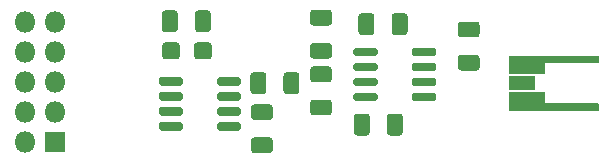
<source format=gts>
%TF.GenerationSoftware,KiCad,Pcbnew,(5.1.6-0-10_14)*%
%TF.CreationDate,2020-09-11T15:14:46+09:00*%
%TF.ProjectId,teabiscuits_dac_mcp48,74656162-6973-4637-9569-74735f646163,rev?*%
%TF.SameCoordinates,Original*%
%TF.FileFunction,Soldermask,Top*%
%TF.FilePolarity,Negative*%
%FSLAX46Y46*%
G04 Gerber Fmt 4.6, Leading zero omitted, Abs format (unit mm)*
G04 Created by KiCad (PCBNEW (5.1.6-0-10_14)) date 2020-09-11 15:14:46*
%MOMM*%
%LPD*%
G01*
G04 APERTURE LIST*
%ADD10O,1.800000X1.800000*%
%ADD11R,1.800000X1.800000*%
%ADD12C,0.100000*%
%ADD13R,2.200000X1.200000*%
G04 APERTURE END LIST*
%TO.C,U2*%
G36*
G01*
X163950000Y-109270000D02*
X163950000Y-108920000D01*
G75*
G02*
X164125000Y-108745000I175000J0D01*
G01*
X165825000Y-108745000D01*
G75*
G02*
X166000000Y-108920000I0J-175000D01*
G01*
X166000000Y-109270000D01*
G75*
G02*
X165825000Y-109445000I-175000J0D01*
G01*
X164125000Y-109445000D01*
G75*
G02*
X163950000Y-109270000I0J175000D01*
G01*
G37*
G36*
G01*
X163950000Y-110540000D02*
X163950000Y-110190000D01*
G75*
G02*
X164125000Y-110015000I175000J0D01*
G01*
X165825000Y-110015000D01*
G75*
G02*
X166000000Y-110190000I0J-175000D01*
G01*
X166000000Y-110540000D01*
G75*
G02*
X165825000Y-110715000I-175000J0D01*
G01*
X164125000Y-110715000D01*
G75*
G02*
X163950000Y-110540000I0J175000D01*
G01*
G37*
G36*
G01*
X163950000Y-111810000D02*
X163950000Y-111460000D01*
G75*
G02*
X164125000Y-111285000I175000J0D01*
G01*
X165825000Y-111285000D01*
G75*
G02*
X166000000Y-111460000I0J-175000D01*
G01*
X166000000Y-111810000D01*
G75*
G02*
X165825000Y-111985000I-175000J0D01*
G01*
X164125000Y-111985000D01*
G75*
G02*
X163950000Y-111810000I0J175000D01*
G01*
G37*
G36*
G01*
X163950000Y-113080000D02*
X163950000Y-112730000D01*
G75*
G02*
X164125000Y-112555000I175000J0D01*
G01*
X165825000Y-112555000D01*
G75*
G02*
X166000000Y-112730000I0J-175000D01*
G01*
X166000000Y-113080000D01*
G75*
G02*
X165825000Y-113255000I-175000J0D01*
G01*
X164125000Y-113255000D01*
G75*
G02*
X163950000Y-113080000I0J175000D01*
G01*
G37*
G36*
G01*
X159000000Y-113080000D02*
X159000000Y-112730000D01*
G75*
G02*
X159175000Y-112555000I175000J0D01*
G01*
X160875000Y-112555000D01*
G75*
G02*
X161050000Y-112730000I0J-175000D01*
G01*
X161050000Y-113080000D01*
G75*
G02*
X160875000Y-113255000I-175000J0D01*
G01*
X159175000Y-113255000D01*
G75*
G02*
X159000000Y-113080000I0J175000D01*
G01*
G37*
G36*
G01*
X159000000Y-111810000D02*
X159000000Y-111460000D01*
G75*
G02*
X159175000Y-111285000I175000J0D01*
G01*
X160875000Y-111285000D01*
G75*
G02*
X161050000Y-111460000I0J-175000D01*
G01*
X161050000Y-111810000D01*
G75*
G02*
X160875000Y-111985000I-175000J0D01*
G01*
X159175000Y-111985000D01*
G75*
G02*
X159000000Y-111810000I0J175000D01*
G01*
G37*
G36*
G01*
X159000000Y-110540000D02*
X159000000Y-110190000D01*
G75*
G02*
X159175000Y-110015000I175000J0D01*
G01*
X160875000Y-110015000D01*
G75*
G02*
X161050000Y-110190000I0J-175000D01*
G01*
X161050000Y-110540000D01*
G75*
G02*
X160875000Y-110715000I-175000J0D01*
G01*
X159175000Y-110715000D01*
G75*
G02*
X159000000Y-110540000I0J175000D01*
G01*
G37*
G36*
G01*
X159000000Y-109270000D02*
X159000000Y-108920000D01*
G75*
G02*
X159175000Y-108745000I175000J0D01*
G01*
X160875000Y-108745000D01*
G75*
G02*
X161050000Y-108920000I0J-175000D01*
G01*
X161050000Y-109270000D01*
G75*
G02*
X160875000Y-109445000I-175000J0D01*
G01*
X159175000Y-109445000D01*
G75*
G02*
X159000000Y-109270000I0J175000D01*
G01*
G37*
%TD*%
%TO.C,U1*%
G36*
G01*
X147450000Y-111770000D02*
X147450000Y-111420000D01*
G75*
G02*
X147625000Y-111245000I175000J0D01*
G01*
X149325000Y-111245000D01*
G75*
G02*
X149500000Y-111420000I0J-175000D01*
G01*
X149500000Y-111770000D01*
G75*
G02*
X149325000Y-111945000I-175000J0D01*
G01*
X147625000Y-111945000D01*
G75*
G02*
X147450000Y-111770000I0J175000D01*
G01*
G37*
G36*
G01*
X147450000Y-113040000D02*
X147450000Y-112690000D01*
G75*
G02*
X147625000Y-112515000I175000J0D01*
G01*
X149325000Y-112515000D01*
G75*
G02*
X149500000Y-112690000I0J-175000D01*
G01*
X149500000Y-113040000D01*
G75*
G02*
X149325000Y-113215000I-175000J0D01*
G01*
X147625000Y-113215000D01*
G75*
G02*
X147450000Y-113040000I0J175000D01*
G01*
G37*
G36*
G01*
X147450000Y-114310000D02*
X147450000Y-113960000D01*
G75*
G02*
X147625000Y-113785000I175000J0D01*
G01*
X149325000Y-113785000D01*
G75*
G02*
X149500000Y-113960000I0J-175000D01*
G01*
X149500000Y-114310000D01*
G75*
G02*
X149325000Y-114485000I-175000J0D01*
G01*
X147625000Y-114485000D01*
G75*
G02*
X147450000Y-114310000I0J175000D01*
G01*
G37*
G36*
G01*
X147450000Y-115580000D02*
X147450000Y-115230000D01*
G75*
G02*
X147625000Y-115055000I175000J0D01*
G01*
X149325000Y-115055000D01*
G75*
G02*
X149500000Y-115230000I0J-175000D01*
G01*
X149500000Y-115580000D01*
G75*
G02*
X149325000Y-115755000I-175000J0D01*
G01*
X147625000Y-115755000D01*
G75*
G02*
X147450000Y-115580000I0J175000D01*
G01*
G37*
G36*
G01*
X142500000Y-115580000D02*
X142500000Y-115230000D01*
G75*
G02*
X142675000Y-115055000I175000J0D01*
G01*
X144375000Y-115055000D01*
G75*
G02*
X144550000Y-115230000I0J-175000D01*
G01*
X144550000Y-115580000D01*
G75*
G02*
X144375000Y-115755000I-175000J0D01*
G01*
X142675000Y-115755000D01*
G75*
G02*
X142500000Y-115580000I0J175000D01*
G01*
G37*
G36*
G01*
X142500000Y-114310000D02*
X142500000Y-113960000D01*
G75*
G02*
X142675000Y-113785000I175000J0D01*
G01*
X144375000Y-113785000D01*
G75*
G02*
X144550000Y-113960000I0J-175000D01*
G01*
X144550000Y-114310000D01*
G75*
G02*
X144375000Y-114485000I-175000J0D01*
G01*
X142675000Y-114485000D01*
G75*
G02*
X142500000Y-114310000I0J175000D01*
G01*
G37*
G36*
G01*
X142500000Y-113040000D02*
X142500000Y-112690000D01*
G75*
G02*
X142675000Y-112515000I175000J0D01*
G01*
X144375000Y-112515000D01*
G75*
G02*
X144550000Y-112690000I0J-175000D01*
G01*
X144550000Y-113040000D01*
G75*
G02*
X144375000Y-113215000I-175000J0D01*
G01*
X142675000Y-113215000D01*
G75*
G02*
X142500000Y-113040000I0J175000D01*
G01*
G37*
G36*
G01*
X142500000Y-111770000D02*
X142500000Y-111420000D01*
G75*
G02*
X142675000Y-111245000I175000J0D01*
G01*
X144375000Y-111245000D01*
G75*
G02*
X144550000Y-111420000I0J-175000D01*
G01*
X144550000Y-111770000D01*
G75*
G02*
X144375000Y-111945000I-175000J0D01*
G01*
X142675000Y-111945000D01*
G75*
G02*
X142500000Y-111770000I0J175000D01*
G01*
G37*
%TD*%
%TO.C,R5*%
G36*
G01*
X160775000Y-106095000D02*
X160775000Y-107405000D01*
G75*
G02*
X160505000Y-107675000I-270000J0D01*
G01*
X159695000Y-107675000D01*
G75*
G02*
X159425000Y-107405000I0J270000D01*
G01*
X159425000Y-106095000D01*
G75*
G02*
X159695000Y-105825000I270000J0D01*
G01*
X160505000Y-105825000D01*
G75*
G02*
X160775000Y-106095000I0J-270000D01*
G01*
G37*
G36*
G01*
X163575000Y-106095000D02*
X163575000Y-107405000D01*
G75*
G02*
X163305000Y-107675000I-270000J0D01*
G01*
X162495000Y-107675000D01*
G75*
G02*
X162225000Y-107405000I0J270000D01*
G01*
X162225000Y-106095000D01*
G75*
G02*
X162495000Y-105825000I270000J0D01*
G01*
X163305000Y-105825000D01*
G75*
G02*
X163575000Y-106095000I0J-270000D01*
G01*
G37*
%TD*%
%TO.C,R4*%
G36*
G01*
X156905000Y-111675000D02*
X155595000Y-111675000D01*
G75*
G02*
X155325000Y-111405000I0J270000D01*
G01*
X155325000Y-110595000D01*
G75*
G02*
X155595000Y-110325000I270000J0D01*
G01*
X156905000Y-110325000D01*
G75*
G02*
X157175000Y-110595000I0J-270000D01*
G01*
X157175000Y-111405000D01*
G75*
G02*
X156905000Y-111675000I-270000J0D01*
G01*
G37*
G36*
G01*
X156905000Y-114475000D02*
X155595000Y-114475000D01*
G75*
G02*
X155325000Y-114205000I0J270000D01*
G01*
X155325000Y-113395000D01*
G75*
G02*
X155595000Y-113125000I270000J0D01*
G01*
X156905000Y-113125000D01*
G75*
G02*
X157175000Y-113395000I0J-270000D01*
G01*
X157175000Y-114205000D01*
G75*
G02*
X156905000Y-114475000I-270000J0D01*
G01*
G37*
%TD*%
%TO.C,R3*%
G36*
G01*
X156905000Y-106875000D02*
X155595000Y-106875000D01*
G75*
G02*
X155325000Y-106605000I0J270000D01*
G01*
X155325000Y-105795000D01*
G75*
G02*
X155595000Y-105525000I270000J0D01*
G01*
X156905000Y-105525000D01*
G75*
G02*
X157175000Y-105795000I0J-270000D01*
G01*
X157175000Y-106605000D01*
G75*
G02*
X156905000Y-106875000I-270000J0D01*
G01*
G37*
G36*
G01*
X156905000Y-109675000D02*
X155595000Y-109675000D01*
G75*
G02*
X155325000Y-109405000I0J270000D01*
G01*
X155325000Y-108595000D01*
G75*
G02*
X155595000Y-108325000I270000J0D01*
G01*
X156905000Y-108325000D01*
G75*
G02*
X157175000Y-108595000I0J-270000D01*
G01*
X157175000Y-109405000D01*
G75*
G02*
X156905000Y-109675000I-270000J0D01*
G01*
G37*
%TD*%
%TO.C,R2*%
G36*
G01*
X151625000Y-111095000D02*
X151625000Y-112405000D01*
G75*
G02*
X151355000Y-112675000I-270000J0D01*
G01*
X150545000Y-112675000D01*
G75*
G02*
X150275000Y-112405000I0J270000D01*
G01*
X150275000Y-111095000D01*
G75*
G02*
X150545000Y-110825000I270000J0D01*
G01*
X151355000Y-110825000D01*
G75*
G02*
X151625000Y-111095000I0J-270000D01*
G01*
G37*
G36*
G01*
X154425000Y-111095000D02*
X154425000Y-112405000D01*
G75*
G02*
X154155000Y-112675000I-270000J0D01*
G01*
X153345000Y-112675000D01*
G75*
G02*
X153075000Y-112405000I0J270000D01*
G01*
X153075000Y-111095000D01*
G75*
G02*
X153345000Y-110825000I270000J0D01*
G01*
X154155000Y-110825000D01*
G75*
G02*
X154425000Y-111095000I0J-270000D01*
G01*
G37*
%TD*%
%TO.C,R1*%
G36*
G01*
X151905000Y-114875000D02*
X150595000Y-114875000D01*
G75*
G02*
X150325000Y-114605000I0J270000D01*
G01*
X150325000Y-113795000D01*
G75*
G02*
X150595000Y-113525000I270000J0D01*
G01*
X151905000Y-113525000D01*
G75*
G02*
X152175000Y-113795000I0J-270000D01*
G01*
X152175000Y-114605000D01*
G75*
G02*
X151905000Y-114875000I-270000J0D01*
G01*
G37*
G36*
G01*
X151905000Y-117675000D02*
X150595000Y-117675000D01*
G75*
G02*
X150325000Y-117405000I0J270000D01*
G01*
X150325000Y-116595000D01*
G75*
G02*
X150595000Y-116325000I270000J0D01*
G01*
X151905000Y-116325000D01*
G75*
G02*
X152175000Y-116595000I0J-270000D01*
G01*
X152175000Y-117405000D01*
G75*
G02*
X151905000Y-117675000I-270000J0D01*
G01*
G37*
%TD*%
D10*
%TO.C,J2*%
X131210000Y-106590000D03*
X133750000Y-106590000D03*
X131210000Y-109130000D03*
X133750000Y-109130000D03*
X131210000Y-111670000D03*
X133750000Y-111670000D03*
X131210000Y-114210000D03*
X133750000Y-114210000D03*
X131210000Y-116750000D03*
D11*
X133750000Y-116750000D03*
%TD*%
D12*
%TO.C,Je*%
G36*
X172190245Y-110979039D02*
G01*
X172180866Y-110976194D01*
X172172221Y-110971573D01*
X172164645Y-110965355D01*
X172158427Y-110957779D01*
X172153806Y-110949134D01*
X172150961Y-110939755D01*
X172150000Y-110930000D01*
X172150000Y-109450000D01*
X172150961Y-109440245D01*
X172153806Y-109430866D01*
X172158427Y-109422221D01*
X172164645Y-109414645D01*
X172172221Y-109408427D01*
X172180866Y-109403806D01*
X172190245Y-109400961D01*
X172200000Y-109400000D01*
X179700000Y-109400000D01*
X179709755Y-109400961D01*
X179719134Y-109403806D01*
X179727779Y-109408427D01*
X179735355Y-109414645D01*
X179741573Y-109422221D01*
X179746194Y-109430866D01*
X179749039Y-109440245D01*
X179750000Y-109450000D01*
X179750000Y-110000000D01*
X179749039Y-110009755D01*
X179746194Y-110019134D01*
X179741573Y-110027779D01*
X179735355Y-110035355D01*
X179727779Y-110041573D01*
X179719134Y-110046194D01*
X179709755Y-110049039D01*
X179700000Y-110050000D01*
X175250000Y-110050000D01*
X175250000Y-110930000D01*
X175249039Y-110939755D01*
X175246194Y-110949134D01*
X175241573Y-110957779D01*
X175235355Y-110965355D01*
X175227779Y-110971573D01*
X175219134Y-110976194D01*
X175209755Y-110979039D01*
X175200000Y-110980000D01*
X172200000Y-110980000D01*
X172190245Y-110979039D01*
G37*
G36*
X172190245Y-114099039D02*
G01*
X172180866Y-114096194D01*
X172172221Y-114091573D01*
X172164645Y-114085355D01*
X172158427Y-114077779D01*
X172153806Y-114069134D01*
X172150961Y-114059755D01*
X172150000Y-114050000D01*
X172150000Y-112570000D01*
X172150961Y-112560245D01*
X172153806Y-112550866D01*
X172158427Y-112542221D01*
X172164645Y-112534645D01*
X172172221Y-112528427D01*
X172180866Y-112523806D01*
X172190245Y-112520961D01*
X172200000Y-112520000D01*
X175200000Y-112520000D01*
X175209755Y-112520961D01*
X175219134Y-112523806D01*
X175227779Y-112528427D01*
X175235355Y-112534645D01*
X175241573Y-112542221D01*
X175246194Y-112550866D01*
X175249039Y-112560245D01*
X175250000Y-112570000D01*
X175250000Y-113450000D01*
X179700000Y-113450000D01*
X179709755Y-113450961D01*
X179719134Y-113453806D01*
X179727779Y-113458427D01*
X179735355Y-113464645D01*
X179741573Y-113472221D01*
X179746194Y-113480866D01*
X179749039Y-113490245D01*
X179750000Y-113500000D01*
X179750000Y-114050000D01*
X179749039Y-114059755D01*
X179746194Y-114069134D01*
X179741573Y-114077779D01*
X179735355Y-114085355D01*
X179727779Y-114091573D01*
X179719134Y-114096194D01*
X179709755Y-114099039D01*
X179700000Y-114100000D01*
X172200000Y-114100000D01*
X172190245Y-114099039D01*
G37*
D13*
X173250000Y-111750000D03*
%TD*%
%TO.C,C4*%
G36*
G01*
X160375000Y-114595000D02*
X160375000Y-115905000D01*
G75*
G02*
X160105000Y-116175000I-270000J0D01*
G01*
X159295000Y-116175000D01*
G75*
G02*
X159025000Y-115905000I0J270000D01*
G01*
X159025000Y-114595000D01*
G75*
G02*
X159295000Y-114325000I270000J0D01*
G01*
X160105000Y-114325000D01*
G75*
G02*
X160375000Y-114595000I0J-270000D01*
G01*
G37*
G36*
G01*
X163175000Y-114595000D02*
X163175000Y-115905000D01*
G75*
G02*
X162905000Y-116175000I-270000J0D01*
G01*
X162095000Y-116175000D01*
G75*
G02*
X161825000Y-115905000I0J270000D01*
G01*
X161825000Y-114595000D01*
G75*
G02*
X162095000Y-114325000I270000J0D01*
G01*
X162905000Y-114325000D01*
G75*
G02*
X163175000Y-114595000I0J-270000D01*
G01*
G37*
%TD*%
%TO.C,C3*%
G36*
G01*
X168095000Y-109325000D02*
X169405000Y-109325000D01*
G75*
G02*
X169675000Y-109595000I0J-270000D01*
G01*
X169675000Y-110405000D01*
G75*
G02*
X169405000Y-110675000I-270000J0D01*
G01*
X168095000Y-110675000D01*
G75*
G02*
X167825000Y-110405000I0J270000D01*
G01*
X167825000Y-109595000D01*
G75*
G02*
X168095000Y-109325000I270000J0D01*
G01*
G37*
G36*
G01*
X168095000Y-106525000D02*
X169405000Y-106525000D01*
G75*
G02*
X169675000Y-106795000I0J-270000D01*
G01*
X169675000Y-107605000D01*
G75*
G02*
X169405000Y-107875000I-270000J0D01*
G01*
X168095000Y-107875000D01*
G75*
G02*
X167825000Y-107605000I0J270000D01*
G01*
X167825000Y-106795000D01*
G75*
G02*
X168095000Y-106525000I270000J0D01*
G01*
G37*
%TD*%
%TO.C,C2*%
G36*
G01*
X144125000Y-105845000D02*
X144125000Y-107155000D01*
G75*
G02*
X143855000Y-107425000I-270000J0D01*
G01*
X143045000Y-107425000D01*
G75*
G02*
X142775000Y-107155000I0J270000D01*
G01*
X142775000Y-105845000D01*
G75*
G02*
X143045000Y-105575000I270000J0D01*
G01*
X143855000Y-105575000D01*
G75*
G02*
X144125000Y-105845000I0J-270000D01*
G01*
G37*
G36*
G01*
X146925000Y-105845000D02*
X146925000Y-107155000D01*
G75*
G02*
X146655000Y-107425000I-270000J0D01*
G01*
X145845000Y-107425000D01*
G75*
G02*
X145575000Y-107155000I0J270000D01*
G01*
X145575000Y-105845000D01*
G75*
G02*
X145845000Y-105575000I270000J0D01*
G01*
X146655000Y-105575000D01*
G75*
G02*
X146925000Y-105845000I0J-270000D01*
G01*
G37*
%TD*%
%TO.C,C1*%
G36*
G01*
X145500000Y-109456482D02*
X145500000Y-108543518D01*
G75*
G02*
X145768518Y-108275000I268518J0D01*
G01*
X146731482Y-108275000D01*
G75*
G02*
X147000000Y-108543518I0J-268518D01*
G01*
X147000000Y-109456482D01*
G75*
G02*
X146731482Y-109725000I-268518J0D01*
G01*
X145768518Y-109725000D01*
G75*
G02*
X145500000Y-109456482I0J268518D01*
G01*
G37*
G36*
G01*
X142800000Y-109456482D02*
X142800000Y-108543518D01*
G75*
G02*
X143068518Y-108275000I268518J0D01*
G01*
X144031482Y-108275000D01*
G75*
G02*
X144300000Y-108543518I0J-268518D01*
G01*
X144300000Y-109456482D01*
G75*
G02*
X144031482Y-109725000I-268518J0D01*
G01*
X143068518Y-109725000D01*
G75*
G02*
X142800000Y-109456482I0J268518D01*
G01*
G37*
%TD*%
M02*

</source>
